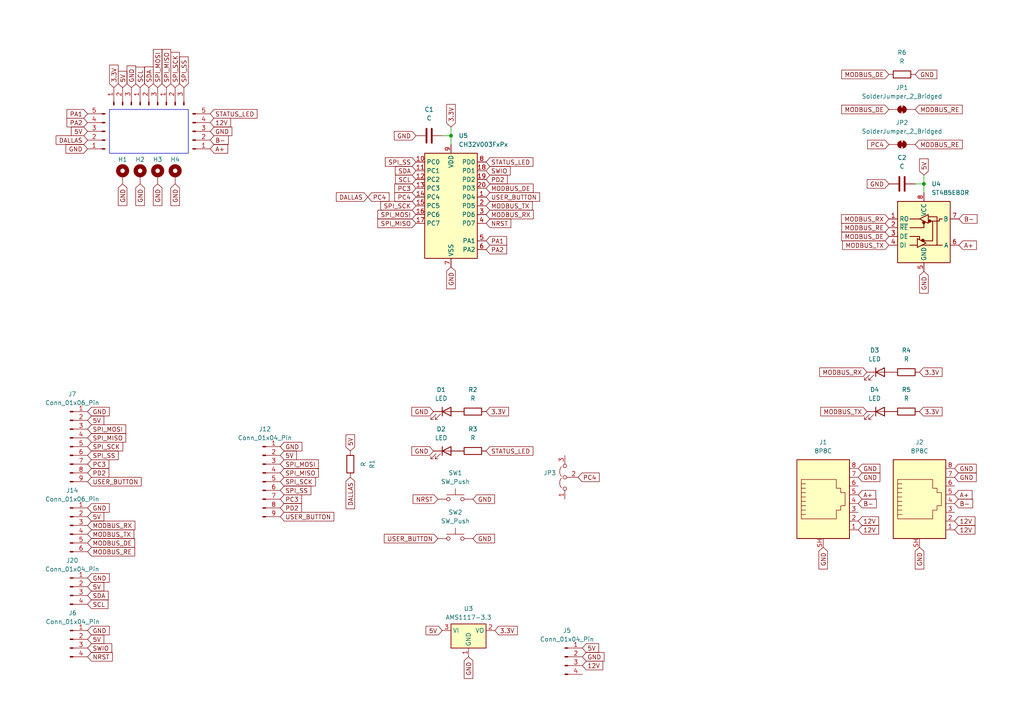
<source format=kicad_sch>
(kicad_sch (version 20231120) (generator "eeschema") (generator_version "8.0")
  (paper "A4")
  (lib_symbols
    (symbol "Connector:8P8C_Shielded" (pin_names (offset 1.016))
      (property "Reference" "J" (at -5.08 13.97 0))
      (property "Value" "8P8C_Shielded" (at 2.54 13.97 0))
      (symbol "8P8C_Shielded_0_1"
        (polyline (pts (xy -5.08 4.445) (xy -6.35 4.445)))
        (polyline (pts (xy -5.08 5.715) (xy -6.35 5.715)))
        (polyline (pts (xy -6.35 -3.175) (xy -5.08 -3.175) (xy -5.08 -3.175)))
        (polyline (pts (xy -6.35 -1.905) (xy -5.08 -1.905) (xy -5.08 -1.905)))
        (polyline (pts (xy -6.35 -0.635) (xy -5.08 -0.635) (xy -5.08 -0.635)))
        (polyline (pts (xy -6.35 0.635) (xy -5.08 0.635) (xy -5.08 0.635)))
        (polyline (pts (xy -6.35 1.905) (xy -5.08 1.905) (xy -5.08 1.905)))
        (polyline (pts (xy -5.08 3.175) (xy -6.35 3.175) (xy -6.35 3.175)))
        (polyline (pts (xy -6.35 -4.445) (xy -6.35 6.985) (xy 3.81 6.985) (xy 3.81 4.445) (xy 5.08 4.445) (xy 5.08 3.175) (xy 6.35 3.175) (xy 6.35 -0.635) (xy 5.08 -0.635) (xy 5.08 -1.905) (xy 3.81 -1.905) (xy 3.81 -4.445) (xy -6.35 -4.445) (xy -6.35 -4.445)))
        (rectangle (start 7.62 12.7) (end -7.62 -10.16) (stroke (width 0.254)) (fill (type background)))
      )
      (symbol "8P8C_Shielded_1_1"
        (pin passive line (at 10.16 -7.62 180) (length 2.54) (name "~") (number "1"))
        (pin passive line (at 10.16 -5.08 180) (length 2.54) (name "~") (number "2"))
        (pin passive line (at 10.16 -2.54 180) (length 2.54) (name "~") (number "3"))
        (pin passive line (at 10.16 0 180) (length 2.54) (name "~") (number "4"))
        (pin passive line (at 10.16 2.54 180) (length 2.54) (name "~") (number "5"))
        (pin passive line (at 10.16 5.08 180) (length 2.54) (name "~") (number "6"))
        (pin passive line (at 10.16 7.62 180) (length 2.54) (name "~") (number "7"))
        (pin passive line (at 10.16 10.16 180) (length 2.54) (name "~") (number "8"))
        (pin passive line (at 0 -12.7 90) (length 2.54) (name "~") (number "SH"))
      )
    )
    (symbol "Connector:Conn_01x03_Pin" (pin_names (offset 1.016) hide)
      (property "Reference" "J" (at 0 5.08 0))
      (property "Value" "Conn_01x03_Pin" (at 0 -5.08 0))
      (symbol "Conn_01x03_Pin_1_1"
        (polyline (pts (xy 1.27 -2.54) (xy 0.8636 -2.54)) (stroke (width 0.1524)))
        (polyline (pts (xy 1.27 0) (xy 0.8636 0)) (stroke (width 0.1524)))
        (polyline (pts (xy 1.27 2.54) (xy 0.8636 2.54)) (stroke (width 0.1524)))
        (rectangle (start 0.8636 -2.413) (end 0 -2.667) (stroke (width 0.1524)) (fill (type outline)))
        (rectangle (start 0.8636 0.127) (end 0 -0.127) (stroke (width 0.1524)) (fill (type outline)))
        (rectangle (start 0.8636 2.667) (end 0 2.413) (stroke (width 0.1524)) (fill (type outline)))
        (pin passive line (at 5.08 2.54 180) (length 3.81) (name "Pin_1") (number "1"))
        (pin passive line (at 5.08 0 180) (length 3.81) (name "Pin_2") (number "2"))
        (pin passive line (at 5.08 -2.54 180) (length 3.81) (name "Pin_3") (number "3"))
      )
    )
    (symbol "Connector:Conn_01x04_Pin" (pin_names (offset 1.016) hide)
      (property "Reference" "J" (at 0 5.08 0))
      (property "Value" "Conn_01x04_Pin" (at 0 -7.62 0))
      (symbol "Conn_01x04_Pin_1_1"
        (polyline (pts (xy 1.27 -5.08) (xy 0.8636 -5.08)) (stroke (width 0.1524)))
        (polyline (pts (xy 1.27 -2.54) (xy 0.8636 -2.54)) (stroke (width 0.1524)))
        (polyline (pts (xy 1.27 0) (xy 0.8636 0)) (stroke (width 0.1524)))
        (polyline (pts (xy 1.27 2.54) (xy 0.8636 2.54)) (stroke (width 0.1524)))
        (rectangle (start 0.8636 -4.953) (end 0 -5.207) (stroke (width 0.1524)) (fill (type outline)))
        (rectangle (start 0.8636 -2.413) (end 0 -2.667) (stroke (width 0.1524)) (fill (type outline)))
        (rectangle (start 0.8636 0.127) (end 0 -0.127) (stroke (width 0.1524)) (fill (type outline)))
        (rectangle (start 0.8636 2.667) (end 0 2.413) (stroke (width 0.1524)) (fill (type outline)))
        (pin passive line (at 5.08 2.54 180) (length 3.81) (name "Pin_1") (number "1"))
        (pin passive line (at 5.08 0 180) (length 3.81) (name "Pin_2") (number "2"))
        (pin passive line (at 5.08 -2.54 180) (length 3.81) (name "Pin_3") (number "3"))
        (pin passive line (at 5.08 -5.08 180) (length 3.81) (name "Pin_4") (number "4"))
      )
    )
    (symbol "Connector:Conn_01x05_Pin" (pin_names (offset 1.016) hide)
      (property "Reference" "J" (at 0 7.62 0))
      (property "Value" "Conn_01x05_Pin" (at 0 -7.62 0))
      (symbol "Conn_01x05_Pin_1_1"
        (polyline (pts (xy 1.27 -5.08) (xy 0.8636 -5.08)) (stroke (width 0.1524)))
        (polyline (pts (xy 1.27 -2.54) (xy 0.8636 -2.54)) (stroke (width 0.1524)))
        (polyline (pts (xy 1.27 0) (xy 0.8636 0)) (stroke (width 0.1524)))
        (polyline (pts (xy 1.27 2.54) (xy 0.8636 2.54)) (stroke (width 0.1524)))
        (polyline (pts (xy 1.27 5.08) (xy 0.8636 5.08)) (stroke (width 0.1524)))
        (rectangle (start 0.8636 -4.953) (end 0 -5.207) (stroke (width 0.1524)) (fill (type outline)))
        (rectangle (start 0.8636 -2.413) (end 0 -2.667) (stroke (width 0.1524)) (fill (type outline)))
        (rectangle (start 0.8636 0.127) (end 0 -0.127) (stroke (width 0.1524)) (fill (type outline)))
        (rectangle (start 0.8636 2.667) (end 0 2.413) (stroke (width 0.1524)) (fill (type outline)))
        (rectangle (start 0.8636 5.207) (end 0 4.953) (stroke (width 0.1524)) (fill (type outline)))
        (pin passive line (at 5.08 5.08 180) (length 3.81) (name "Pin_1") (number "1"))
        (pin passive line (at 5.08 2.54 180) (length 3.81) (name "Pin_2") (number "2"))
        (pin passive line (at 5.08 0 180) (length 3.81) (name "Pin_3") (number "3"))
        (pin passive line (at 5.08 -2.54 180) (length 3.81) (name "Pin_4") (number "4"))
        (pin passive line (at 5.08 -5.08 180) (length 3.81) (name "Pin_5") (number "5"))
      )
    )
    (symbol "Connector:Conn_01x06_Pin" (pin_names (offset 1.016) hide)
      (property "Reference" "J" (at 0 7.62 0))
      (property "Value" "Conn_01x06_Pin" (at 0 -10.16 0))
      (symbol "Conn_01x06_Pin_1_1"
        (polyline (pts (xy 1.27 -7.62) (xy 0.8636 -7.62)) (stroke (width 0.1524)))
        (polyline (pts (xy 1.27 -5.08) (xy 0.8636 -5.08)) (stroke (width 0.1524)))
        (polyline (pts (xy 1.27 -2.54) (xy 0.8636 -2.54)) (stroke (width 0.1524)))
        (polyline (pts (xy 1.27 0) (xy 0.8636 0)) (stroke (width 0.1524)))
        (polyline (pts (xy 1.27 2.54) (xy 0.8636 2.54)) (stroke (width 0.1524)))
        (polyline (pts (xy 1.27 5.08) (xy 0.8636 5.08)) (stroke (width 0.1524)))
        (rectangle (start 0.8636 -7.493) (end 0 -7.747) (stroke (width 0.1524)) (fill (type outline)))
        (rectangle (start 0.8636 -4.953) (end 0 -5.207) (stroke (width 0.1524)) (fill (type outline)))
        (rectangle (start 0.8636 -2.413) (end 0 -2.667) (stroke (width 0.1524)) (fill (type outline)))
        (rectangle (start 0.8636 0.127) (end 0 -0.127) (stroke (width 0.1524)) (fill (type outline)))
        (rectangle (start 0.8636 2.667) (end 0 2.413) (stroke (width 0.1524)) (fill (type outline)))
        (rectangle (start 0.8636 5.207) (end 0 4.953) (stroke (width 0.1524)) (fill (type outline)))
        (pin passive line (at 5.08 5.08 180) (length 3.81) (name "Pin_1") (number "1"))
        (pin passive line (at 5.08 2.54 180) (length 3.81) (name "Pin_2") (number "2"))
        (pin passive line (at 5.08 0 180) (length 3.81) (name "Pin_3") (number "3"))
        (pin passive line (at 5.08 -2.54 180) (length 3.81) (name "Pin_4") (number "4"))
        (pin passive line (at 5.08 -5.08 180) (length 3.81) (name "Pin_5") (number "5"))
        (pin passive line (at 5.08 -7.62 180) (length 3.81) (name "Pin_6") (number "6"))
      )
    )
    (symbol "Connector:Conn_01x09_Pin" (pin_names (offset 1.016) hide)
      (property "Reference" "J" (at 0 12.7 0))
      (property "Value" "Conn_01x09_Pin" (at 0 -12.7 0))
      (symbol "Conn_01x09_Pin_1_1"
        (polyline (pts (xy 1.27 -10.16) (xy 0.8636 -10.16)) (stroke (width 0.1524)))
        (polyline (pts (xy 1.27 -7.62) (xy 0.8636 -7.62)) (stroke (width 0.1524)))
        (polyline (pts (xy 1.27 -5.08) (xy 0.8636 -5.08)) (stroke (width 0.1524)))
        (polyline (pts (xy 1.27 -2.54) (xy 0.8636 -2.54)) (stroke (width 0.1524)))
        (polyline (pts (xy 1.27 0) (xy 0.8636 0)) (stroke (width 0.1524)))
        (polyline (pts (xy 1.27 2.54) (xy 0.8636 2.54)) (stroke (width 0.1524)))
        (polyline (pts (xy 1.27 5.08) (xy 0.8636 5.08)) (stroke (width 0.1524)))
        (polyline (pts (xy 1.27 7.62) (xy 0.8636 7.62)) (stroke (width 0.1524)))
        (polyline (pts (xy 1.27 10.16) (xy 0.8636 10.16)) (stroke (width 0.1524)))
        (rectangle (start 0.8636 -10.033) (end 0 -10.287) (stroke (width 0.1524)) (fill (type outline)))
        (rectangle (start 0.8636 -7.493) (end 0 -7.747) (stroke (width 0.1524)) (fill (type outline)))
        (rectangle (start 0.8636 -4.953) (end 0 -5.207) (stroke (width 0.1524)) (fill (type outline)))
        (rectangle (start 0.8636 -2.413) (end 0 -2.667) (stroke (width 0.1524)) (fill (type outline)))
        (rectangle (start 0.8636 0.127) (end 0 -0.127) (stroke (width 0.1524)) (fill (type outline)))
        (rectangle (start 0.8636 2.667) (end 0 2.413) (stroke (width 0.1524)) (fill (type outline)))
        (rectangle (start 0.8636 5.207) (end 0 4.953) (stroke (width 0.1524)) (fill (type outline)))
        (rectangle (start 0.8636 7.747) (end 0 7.493) (stroke (width 0.1524)) (fill (type outline)))
        (rectangle (start 0.8636 10.287) (end 0 10.033) (stroke (width 0.1524)) (fill (type outline)))
        (pin passive line (at 5.08 10.16 180) (length 3.81) (name "Pin_1") (number "1"))
        (pin passive line (at 5.08 7.62 180) (length 3.81) (name "Pin_2") (number "2"))
        (pin passive line (at 5.08 5.08 180) (length 3.81) (name "Pin_3") (number "3"))
        (pin passive line (at 5.08 2.54 180) (length 3.81) (name "Pin_4") (number "4"))
        (pin passive line (at 5.08 0 180) (length 3.81) (name "Pin_5") (number "5"))
        (pin passive line (at 5.08 -2.54 180) (length 3.81) (name "Pin_6") (number "6"))
        (pin passive line (at 5.08 -5.08 180) (length 3.81) (name "Pin_7") (number "7"))
        (pin passive line (at 5.08 -7.62 180) (length 3.81) (name "Pin_8") (number "8"))
        (pin passive line (at 5.08 -10.16 180) (length 3.81) (name "Pin_9") (number "9"))
      )
    )
    (symbol "Device:C" (pin_numbers hide) (pin_names (offset 0.254))
      (property "Reference" "C" (at 0.635 2.54 0))
      (property "Value" "C" (at 0.635 -2.54 0))
      (symbol "C_0_1"
        (polyline (pts (xy -2.032 -0.762) (xy 2.032 -0.762)) (stroke (width 0.508)))
        (polyline (pts (xy -2.032 0.762) (xy 2.032 0.762)) (stroke (width 0.508)))
      )
      (symbol "C_1_1"
        (pin passive line (at 0 3.81 270) (length 2.794) (name "~") (number "1"))
        (pin passive line (at 0 -3.81 90) (length 2.794) (name "~") (number "2"))
      )
    )
    (symbol "Device:LED" (pin_numbers hide) (pin_names (offset 1.016) hide)
      (property "Reference" "D" (at 0 2.54 0))
      (property "Value" "LED" (at 0 -2.54 0))
      (symbol "LED_0_1"
        (polyline (pts (xy -1.27 -1.27) (xy -1.27 1.27)) (stroke (width 0.254)))
        (polyline (pts (xy -1.27 0) (xy 1.27 0)))
        (polyline (pts (xy 1.27 -1.27) (xy 1.27 1.27) (xy -1.27 0) (xy 1.27 -1.27)) (stroke (width 0.254)))
        (polyline (pts (xy -3.048 -0.762) (xy -4.572 -2.286) (xy -3.81 -2.286) (xy -4.572 -2.286) (xy -4.572 -1.524)))
        (polyline (pts (xy -1.778 -0.762) (xy -3.302 -2.286) (xy -2.54 -2.286) (xy -3.302 -2.286) (xy -3.302 -1.524)))
      )
      (symbol "LED_1_1"
        (pin passive line (at -3.81 0 0) (length 2.54) (name "K") (number "1"))
        (pin passive line (at 3.81 0 180) (length 2.54) (name "A") (number "2"))
      )
    )
    (symbol "Device:R" (pin_numbers hide) (pin_names (offset 0))
      (property "Reference" "R" (at 2.032 0 90))
      (property "Value" "R" (at 0 0 90))
      (symbol "R_0_1"
        (rectangle (start -1.016 -2.54) (end 1.016 2.54) (stroke (width 0.254)))
      )
      (symbol "R_1_1"
        (pin passive line (at 0 3.81 270) (length 1.27) (name "~") (number "1"))
        (pin passive line (at 0 -3.81 90) (length 1.27) (name "~") (number "2"))
      )
    )
    (symbol "Interface_UART:ST485EBDR"
      (property "Reference" "U" (at -6.35 8.89 0))
      (property "Value" "ST485EBDR" (at 1.27 8.89 0))
      (symbol "ST485EBDR_0_1"
        (rectangle (start -7.62 7.62) (end 7.62 -10.16) (stroke (width 0.254)) (fill (type background)))
        (circle (center -0.3048 -3.683) (radius 0.3556) (stroke (width 0.254)) (fill (type outline)))
        (circle (center -0.0254 1.4986) (radius 0.3556) (stroke (width 0.254)) (fill (type outline)))
        (polyline (pts (xy -4.064 -5.08) (xy -1.905 -5.08)) (stroke (width 0.254)))
        (polyline (pts (xy -4.064 2.54) (xy -1.27 2.54)) (stroke (width 0.254)))
        (polyline (pts (xy -1.27 -3.2004) (xy -1.27 -3.4544)) (stroke (width 0.254)))
        (polyline (pts (xy -0.635 -5.08) (xy 5.334 -5.08)) (stroke (width 0.254)))
        (polyline (pts (xy -4.064 -2.54) (xy -1.27 -2.54) (xy -1.27 -3.175)) (stroke (width 0.254)))
        (polyline (pts (xy 0 1.27) (xy 0 0) (xy -4.064 0)) (stroke (width 0.254)))
        (polyline (pts (xy 1.27 3.175) (xy 3.81 3.175) (xy 3.81 -5.08)) (stroke (width 0.254)))
        (polyline (pts (xy 2.54 1.905) (xy 2.54 -3.81) (xy 0 -3.81)) (stroke (width 0.254)))
        (polyline (pts (xy -1.905 -3.175) (xy -1.905 -5.715) (xy 0.635 -4.445) (xy -1.905 -3.175)) (stroke (width 0.254)))
        (polyline (pts (xy -1.27 2.54) (xy 1.27 3.81) (xy 1.27 1.27) (xy -1.27 2.54)) (stroke (width 0.254)))
        (polyline (pts (xy 1.905 1.905) (xy 4.445 1.905) (xy 4.445 2.54) (xy 5.334 2.54)) (stroke (width 0.254)))
        (rectangle (start 1.27 3.175) (end 1.27 3.175))
        (circle (center 1.651 1.905) (radius 0.3556) (stroke (width 0.254)) (fill (type outline)))
      )
      (symbol "ST485EBDR_1_1"
        (pin output line (at -10.16 2.54 0) (length 2.54) (name "RO") (number "1"))
        (pin input line (at -10.16 0 0) (length 2.54) (name "~{RE}") (number "2"))
        (pin input line (at -10.16 -2.54 0) (length 2.54) (name "DE") (number "3"))
        (pin input line (at -10.16 -5.08 0) (length 2.54) (name "DI") (number "4"))
        (pin power_in line (at 0 -12.7 90) (length 2.54) (name "GND") (number "5"))
        (pin bidirectional line (at 10.16 -5.08 180) (length 2.54) (name "A") (number "6"))
        (pin bidirectional line (at 10.16 2.54 180) (length 2.54) (name "B") (number "7"))
        (pin power_in line (at 0 10.16 270) (length 2.54) (name "VCC") (number "8"))
      )
    )
    (symbol "Jumper:Jumper_3_Open" (pin_names (offset 0) hide) (exclude_from_sim yes) (in_bom no)
      (property "Reference" "JP" (at -2.54 -2.54 0))
      (property "Value" "Jumper_3_Open" (at 0 2.794 0))
      (symbol "Jumper_3_Open_0_0"
        (circle (center -3.302 0) (radius 0.508))
        (circle (center 0 0) (radius 0.508))
        (circle (center 3.302 0) (radius 0.508))
      )
      (symbol "Jumper_3_Open_0_1"
        (arc (start -0.254 1.016) (mid -1.651 1.4992) (end -3.048 1.016))
        (polyline (pts (xy 0 -0.508) (xy 0 -1.27)))
        (arc (start 3.048 1.016) (mid 1.651 1.4992) (end 0.254 1.016))
      )
      (symbol "Jumper_3_Open_1_1"
        (pin passive line (at -6.35 0 0) (length 2.54) (name "A") (number "1"))
        (pin passive line (at 0 -3.81 90) (length 2.54) (name "C") (number "2"))
        (pin passive line (at 6.35 0 180) (length 2.54) (name "B") (number "3"))
      )
    )
    (symbol "Jumper:SolderJumper_2_Bridged" (pin_numbers hide) (pin_names (offset 0) hide) (exclude_from_sim yes) (in_bom no)
      (property "Reference" "JP" (at 0 2.032 0))
      (property "Value" "SolderJumper_2_Bridged" (at 0 -2.54 0))
      (symbol "SolderJumper_2_Bridged_0_1"
        (rectangle (start -0.508 0.508) (end 0.508 -0.508) (fill (type outline)))
        (arc (start -0.254 1.016) (mid -1.2656 0) (end -0.254 -1.016))
        (arc (start -0.254 1.016) (mid -1.2656 0) (end -0.254 -1.016) (fill (type outline)))
        (polyline (pts (xy -0.254 1.016) (xy -0.254 -1.016)))
        (polyline (pts (xy 0.254 1.016) (xy 0.254 -1.016)))
        (arc (start 0.254 -1.016) (mid 1.2656 0) (end 0.254 1.016))
        (arc (start 0.254 -1.016) (mid 1.2656 0) (end 0.254 1.016) (fill (type outline)))
      )
      (symbol "SolderJumper_2_Bridged_1_1"
        (pin passive line (at -3.81 0 0) (length 2.54) (name "A") (number "1"))
        (pin passive line (at 3.81 0 180) (length 2.54) (name "B") (number "2"))
      )
    )
    (symbol "MCU_WCH_CH32V0:CH32V003FxPx"
      (property "Reference" "U" (at -7.62 17.78 0))
      (property "Value" "CH32V003FxPx" (at 7.62 17.78 0))
      (symbol "CH32V003FxPx_1_1"
        (rectangle (start -7.62 15.24) (end 7.62 -15.24) (stroke (width 0.254)) (fill (type background)))
        (pin bidirectional line (at 10.16 2.54 180) (length 2.54) (name "PD4") (number "1"))
        (pin bidirectional line (at -10.16 12.7 0) (length 2.54) (name "PC0") (number "10"))
        (pin bidirectional line (at -10.16 10.16 0) (length 2.54) (name "PC1") (number "11"))
        (pin bidirectional line (at -10.16 7.62 0) (length 2.54) (name "PC2") (number "12"))
        (pin bidirectional line (at -10.16 5.08 0) (length 2.54) (name "PC3") (number "13"))
        (pin bidirectional line (at -10.16 2.54 0) (length 2.54) (name "PC4") (number "14"))
        (pin bidirectional line (at -10.16 0 0) (length 2.54) (name "PC5") (number "15"))
        (pin bidirectional line (at -10.16 -2.54 0) (length 2.54) (name "PC6") (number "16"))
        (pin bidirectional line (at -10.16 -5.08 0) (length 2.54) (name "PC7") (number "17"))
        (pin bidirectional line (at 10.16 10.16 180) (length 2.54) (name "PD1") (number "18"))
        (pin bidirectional line (at 10.16 7.62 180) (length 2.54) (name "PD2") (number "19"))
        (pin bidirectional line (at 10.16 0 180) (length 2.54) (name "PD5") (number "2"))
        (pin bidirectional line (at 10.16 5.08 180) (length 2.54) (name "PD3") (number "20"))
        (pin bidirectional line (at 10.16 -2.54 180) (length 2.54) (name "PD6") (number "3"))
        (pin bidirectional line (at 10.16 -5.08 180) (length 2.54) (name "PD7") (number "4"))
        (pin bidirectional line (at 10.16 -10.16 180) (length 2.54) (name "PA1") (number "5"))
        (pin bidirectional line (at 10.16 -12.7 180) (length 2.54) (name "PA2") (number "6"))
        (pin power_in line (at 0 -17.78 90) (length 2.54) (name "VSS") (number "7"))
        (pin bidirectional line (at 10.16 12.7 180) (length 2.54) (name "PD0") (number "8"))
        (pin power_in line (at 0 17.78 270) (length 2.54) (name "VDD") (number "9"))
      )
    )
    (symbol "Mechanical:MountingHole_Pad" (pin_numbers hide) (pin_names (offset 1.016) hide) (exclude_from_sim yes) (in_bom no)
      (property "Reference" "H" (at 0 6.35 0))
      (property "Value" "MountingHole_Pad" (at 0 4.445 0))
      (symbol "MountingHole_Pad_0_1"
        (circle (center 0 1.27) (radius 1.27) (stroke (width 1.27)))
      )
      (symbol "MountingHole_Pad_1_1"
        (pin input line (at 0 -2.54 90) (length 2.54) (name "1") (number "1"))
      )
    )
    (symbol "Regulator_Linear:AMS1117-3.3"
      (property "Reference" "U" (at -3.81 3.175 0))
      (property "Value" "AMS1117-3.3" (at 0 3.175 0))
      (symbol "AMS1117-3.3_0_1"
        (rectangle (start -5.08 -5.08) (end 5.08 1.905) (stroke (width 0.254)) (fill (type background)))
      )
      (symbol "AMS1117-3.3_1_1"
        (pin power_in line (at 0 -7.62 90) (length 2.54) (name "GND") (number "1"))
        (pin power_out line (at 7.62 0 180) (length 2.54) (name "VO") (number "2"))
        (pin power_in line (at -7.62 0 0) (length 2.54) (name "VI") (number "3"))
      )
    )
    (symbol "Switch:SW_Push" (pin_numbers hide) (pin_names (offset 1.016) hide)
      (property "Reference" "SW" (at 1.27 2.54 0))
      (property "Value" "SW_Push" (at 0 -1.524 0))
      (symbol "SW_Push_0_1"
        (circle (center -2.032 0) (radius 0.508))
        (polyline (pts (xy 0 1.27) (xy 0 3.048)))
        (polyline (pts (xy 2.54 1.27) (xy -2.54 1.27)))
        (circle (center 2.032 0) (radius 0.508))
        (pin passive line (at -5.08 0 0) (length 2.54) (name "1") (number "1"))
        (pin passive line (at 5.08 0 180) (length 2.54) (name "2") (number "2"))
      )
    )
  )
  (junction (at 267.97 53.34))
  (junction (at 130.81 39.37))
  (wire (pts (xy 130.81 36.83) (xy 130.81 39.37)))
  (wire (pts (xy 267.97 53.34) (xy 267.97 55.88)))
  (wire (pts (xy 267.97 53.34) (xy 265.43 53.34)))
  (wire (pts (xy 130.81 39.37) (xy 130.81 41.91)))
  (wire (pts (xy 267.97 50.8) (xy 267.97 53.34)))
  (wire (pts (xy 130.81 39.37) (xy 128.27 39.37)))
  (rectangle (start 31.75 31.75) (end 54.61 44.45))
  (global_label "SPI_SCK" (shape input) (at 25.4 129.54 0) (property "Intersheetrefs" "${INTERSHEET_REFS}" (effects (hide yes))))
  (global_label "5V" (shape input) (at 25.4 121.92 0) (property "Intersheetrefs" "${INTERSHEET_REFS}" (effects (hide yes))))
  (global_label "5V" (shape input) (at 25.4 170.18 0) (property "Intersheetrefs" "${INTERSHEET_REFS}" (effects (hide yes))))
  (global_label "5V" (shape input) (at 25.4 38.1 180) (property "Intersheetrefs" "${INTERSHEET_REFS}" (effects (hide yes))))
  (global_label "3.3V" (shape input) (at 266.7 119.38 0) (property "Intersheetrefs" "${INTERSHEET_REFS}" (effects (hide yes))))
  (global_label "5V" (shape input) (at 168.91 187.96 0) (property "Intersheetrefs" "${INTERSHEET_REFS}" (effects (hide yes))))
  (global_label "B-" (shape input) (at 278.13 63.5 0) (property "Intersheetrefs" "${INTERSHEET_REFS}" (effects (hide yes))))
  (global_label "PC3" (shape input) (at 81.28 144.78 0) (property "Intersheetrefs" "${INTERSHEET_REFS}" (effects (hide yes))))
  (global_label "PC4" (shape input) (at 120.65 57.15 180) (property "Intersheetrefs" "${INTERSHEET_REFS}" (effects (hide yes))))
  (global_label "GND" (shape input) (at 25.4 182.88 0) (property "Intersheetrefs" "${INTERSHEET_REFS}" (effects (hide yes))))
  (global_label "GND" (shape input) (at 38.1 25.4 90) (property "Intersheetrefs" "${INTERSHEET_REFS}" (effects (hide yes))))
  (global_label "PC4" (shape input) (at 167.64 138.43 0) (property "Intersheetrefs" "${INTERSHEET_REFS}" (effects (hide yes))))
  (global_label "USER_BUTTON" (shape input) (at 140.97 57.15 0) (property "Intersheetrefs" "${INTERSHEET_REFS}" (effects (hide yes))))
  (global_label "MODBUS_TX" (shape input) (at 251.46 119.38 180) (property "Intersheetrefs" "${INTERSHEET_REFS}" (effects (hide yes))))
  (global_label "GND" (shape input) (at 40.64 53.34 270) (property "Intersheetrefs" "${INTERSHEET_REFS}" (effects (hide yes))))
  (global_label "SPI_MISO" (shape input) (at 120.65 64.77 180) (property "Intersheetrefs" "${INTERSHEET_REFS}" (effects (hide yes))))
  (global_label "SDA" (shape input) (at 120.65 49.53 180) (property "Intersheetrefs" "${INTERSHEET_REFS}" (effects (hide yes))))
  (global_label "5V" (shape input) (at 128.27 182.88 180) (property "Intersheetrefs" "${INTERSHEET_REFS}" (effects (hide yes))))
  (global_label "5V" (shape input) (at 101.6 130.81 90) (property "Intersheetrefs" "${INTERSHEET_REFS}" (effects (hide yes))))
  (global_label "SDA" (shape input) (at 25.4 172.72 0) (property "Intersheetrefs" "${INTERSHEET_REFS}" (effects (hide yes))))
  (global_label "MODBUS_DE" (shape input) (at 257.81 21.59 180) (property "Intersheetrefs" "${INTERSHEET_REFS}" (effects (hide yes))))
  (global_label "PD2" (shape input) (at 140.97 52.07 0) (property "Intersheetrefs" "${INTERSHEET_REFS}" (effects (hide yes))))
  (global_label "USER_BUTTON" (shape input) (at 81.28 149.86 0) (property "Intersheetrefs" "${INTERSHEET_REFS}" (effects (hide yes))))
  (global_label "GND" (shape input) (at 248.92 135.89 0) (property "Intersheetrefs" "${INTERSHEET_REFS}" (effects (hide yes))))
  (global_label "GND" (shape input) (at 50.8 53.34 270) (property "Intersheetrefs" "${INTERSHEET_REFS}" (effects (hide yes))))
  (global_label "MODBUS_RE" (shape input) (at 257.81 66.04 180) (property "Intersheetrefs" "${INTERSHEET_REFS}" (effects (hide yes))))
  (global_label "SPI_SS" (shape input) (at 120.65 46.99 180) (property "Intersheetrefs" "${INTERSHEET_REFS}" (effects (hide yes))))
  (global_label "SPI_SCK" (shape input) (at 50.8 25.4 90) (property "Intersheetrefs" "${INTERSHEET_REFS}" (effects (hide yes))))
  (global_label "SDA" (shape input) (at 43.18 25.4 90) (property "Intersheetrefs" "${INTERSHEET_REFS}" (effects (hide yes))))
  (global_label "GND" (shape input) (at 137.16 144.78 0) (property "Intersheetrefs" "${INTERSHEET_REFS}" (effects (hide yes))))
  (global_label "3.3V" (shape input) (at 33.02 25.4 90) (property "Intersheetrefs" "${INTERSHEET_REFS}" (effects (hide yes))))
  (global_label "STATUS_LED" (shape input) (at 140.97 130.81 0) (property "Intersheetrefs" "${INTERSHEET_REFS}" (effects (hide yes))))
  (global_label "GND" (shape input) (at 25.4 43.18 180) (property "Intersheetrefs" "${INTERSHEET_REFS}" (effects (hide yes))))
  (global_label "MODBUS_DE" (shape input) (at 25.4 157.48 0) (property "Intersheetrefs" "${INTERSHEET_REFS}" (effects (hide yes))))
  (global_label "12V" (shape input) (at 60.96 35.56 0) (property "Intersheetrefs" "${INTERSHEET_REFS}" (effects (hide yes))))
  (global_label "PA1" (shape input) (at 140.97 69.85 0) (property "Intersheetrefs" "${INTERSHEET_REFS}" (effects (hide yes))))
  (global_label "MODBUS_RE" (shape input) (at 265.43 31.75 0) (property "Intersheetrefs" "${INTERSHEET_REFS}" (effects (hide yes))))
  (global_label "GND" (shape input) (at 267.97 78.74 270) (property "Intersheetrefs" "${INTERSHEET_REFS}" (effects (hide yes))))
  (global_label "A+" (shape input) (at 248.92 143.51 0) (property "Intersheetrefs" "${INTERSHEET_REFS}" (effects (hide yes))))
  (global_label "DALLAS" (shape input) (at 25.4 40.64 180) (property "Intersheetrefs" "${INTERSHEET_REFS}" (effects (hide yes))))
  (global_label "GND" (shape input) (at 25.4 119.38 0) (property "Intersheetrefs" "${INTERSHEET_REFS}" (effects (hide yes))))
  (global_label "GND" (shape input) (at 120.65 39.37 180) (property "Intersheetrefs" "${INTERSHEET_REFS}" (effects (hide yes))))
  (global_label "PA2" (shape input) (at 140.97 72.39 0) (property "Intersheetrefs" "${INTERSHEET_REFS}" (effects (hide yes))))
  (global_label "SPI_SS" (shape input) (at 81.28 142.24 0) (property "Intersheetrefs" "${INTERSHEET_REFS}" (effects (hide yes))))
  (global_label "MODBUS_DE" (shape input) (at 257.81 31.75 180) (property "Intersheetrefs" "${INTERSHEET_REFS}" (effects (hide yes))))
  (global_label "GND" (shape input) (at 137.16 156.21 0) (property "Intersheetrefs" "${INTERSHEET_REFS}" (effects (hide yes))))
  (global_label "MODBUS_RX" (shape input) (at 251.46 107.95 180) (property "Intersheetrefs" "${INTERSHEET_REFS}" (effects (hide yes))))
  (global_label "B-" (shape input) (at 276.86 146.05 0) (property "Intersheetrefs" "${INTERSHEET_REFS}" (effects (hide yes))))
  (global_label "MODBUS_DE" (shape input) (at 257.81 68.58 180) (property "Intersheetrefs" "${INTERSHEET_REFS}" (effects (hide yes))))
  (global_label "PA2" (shape input) (at 25.4 35.56 180) (property "Intersheetrefs" "${INTERSHEET_REFS}" (effects (hide yes))))
  (global_label "SPI_MISO" (shape input) (at 81.28 137.16 0) (property "Intersheetrefs" "${INTERSHEET_REFS}" (effects (hide yes))))
  (global_label "GND" (shape input) (at 266.7 158.75 270) (property "Intersheetrefs" "${INTERSHEET_REFS}" (effects (hide yes))))
  (global_label "12V" (shape input) (at 248.92 153.67 0) (property "Intersheetrefs" "${INTERSHEET_REFS}" (effects (hide yes))))
  (global_label "12V" (shape input) (at 276.86 151.13 0) (property "Intersheetrefs" "${INTERSHEET_REFS}" (effects (hide yes))))
  (global_label "USER_BUTTON" (shape input) (at 25.4 139.7 0) (property "Intersheetrefs" "${INTERSHEET_REFS}" (effects (hide yes))))
  (global_label "SPI_MOSI" (shape input) (at 45.72 25.4 90) (property "Intersheetrefs" "${INTERSHEET_REFS}" (effects (hide yes))))
  (global_label "NRST" (shape input) (at 140.97 64.77 0) (property "Intersheetrefs" "${INTERSHEET_REFS}" (effects (hide yes))))
  (global_label "GND" (shape input) (at 276.86 138.43 0) (property "Intersheetrefs" "${INTERSHEET_REFS}" (effects (hide yes))))
  (global_label "GND" (shape input) (at 257.81 53.34 180) (property "Intersheetrefs" "${INTERSHEET_REFS}" (effects (hide yes))))
  (global_label "NRST" (shape input) (at 25.4 190.5 0) (property "Intersheetrefs" "${INTERSHEET_REFS}" (effects (hide yes))))
  (global_label "SCL" (shape input) (at 120.65 52.07 180) (property "Intersheetrefs" "${INTERSHEET_REFS}" (effects (hide yes))))
  (global_label "STATUS_LED" (shape input) (at 140.97 46.99 0) (property "Intersheetrefs" "${INTERSHEET_REFS}" (effects (hide yes))))
  (global_label "GND" (shape input) (at 276.86 135.89 0) (property "Intersheetrefs" "${INTERSHEET_REFS}" (effects (hide yes))))
  (global_label "USER_BUTTON" (shape input) (at 127 156.21 180) (property "Intersheetrefs" "${INTERSHEET_REFS}" (effects (hide yes))))
  (global_label "MODBUS_TX" (shape input) (at 140.97 59.69 0) (property "Intersheetrefs" "${INTERSHEET_REFS}" (effects (hide yes))))
  (global_label "GND" (shape input) (at 135.89 190.5 270) (property "Intersheetrefs" "${INTERSHEET_REFS}" (effects (hide yes))))
  (global_label "SPI_MISO" (shape input) (at 25.4 127 0) (property "Intersheetrefs" "${INTERSHEET_REFS}" (effects (hide yes))))
  (global_label "12V" (shape input) (at 168.91 193.04 0) (property "Intersheetrefs" "${INTERSHEET_REFS}" (effects (hide yes))))
  (global_label "A+" (shape input) (at 278.13 71.12 0) (property "Intersheetrefs" "${INTERSHEET_REFS}" (effects (hide yes))))
  (global_label "PC3" (shape input) (at 120.65 54.61 180) (property "Intersheetrefs" "${INTERSHEET_REFS}" (effects (hide yes))))
  (global_label "GND" (shape input) (at 168.91 190.5 0) (property "Intersheetrefs" "${INTERSHEET_REFS}" (effects (hide yes))))
  (global_label "SCL" (shape input) (at 25.4 175.26 0) (property "Intersheetrefs" "${INTERSHEET_REFS}" (effects (hide yes))))
  (global_label "SCL" (shape input) (at 40.64 25.4 90) (property "Intersheetrefs" "${INTERSHEET_REFS}" (effects (hide yes))))
  (global_label "DALLAS" (shape input) (at 106.68 57.15 180) (property "Intersheetrefs" "${INTERSHEET_REFS}" (effects (hide yes))))
  (global_label "SPI_SCK" (shape input) (at 81.28 139.7 0) (property "Intersheetrefs" "${INTERSHEET_REFS}" (effects (hide yes))))
  (global_label "NRST" (shape input) (at 127 144.78 180) (property "Intersheetrefs" "${INTERSHEET_REFS}" (effects (hide yes))))
  (global_label "GND" (shape input) (at 125.73 130.81 180) (property "Intersheetrefs" "${INTERSHEET_REFS}" (effects (hide yes))))
  (global_label "SPI_MOSI" (shape input) (at 120.65 62.23 180) (property "Intersheetrefs" "${INTERSHEET_REFS}" (effects (hide yes))))
  (global_label "GND" (shape input) (at 248.92 138.43 0) (property "Intersheetrefs" "${INTERSHEET_REFS}" (effects (hide yes))))
  (global_label "GND" (shape input) (at 25.4 147.32 0) (property "Intersheetrefs" "${INTERSHEET_REFS}" (effects (hide yes))))
  (global_label "PA1" (shape input) (at 25.4 33.02 180) (property "Intersheetrefs" "${INTERSHEET_REFS}" (effects (hide yes))))
  (global_label "5V" (shape input) (at 81.28 132.08 0) (property "Intersheetrefs" "${INTERSHEET_REFS}" (effects (hide yes))))
  (global_label "STATUS_LED" (shape input) (at 60.96 33.02 0) (property "Intersheetrefs" "${INTERSHEET_REFS}" (effects (hide yes))))
  (global_label "12V" (shape input) (at 276.86 153.67 0) (property "Intersheetrefs" "${INTERSHEET_REFS}" (effects (hide yes))))
  (global_label "12V" (shape input) (at 248.92 151.13 0) (property "Intersheetrefs" "${INTERSHEET_REFS}" (effects (hide yes))))
  (global_label "5V" (shape input) (at 35.56 25.4 90) (property "Intersheetrefs" "${INTERSHEET_REFS}" (effects (hide yes))))
  (global_label "3.3V" (shape input) (at 266.7 107.95 0) (property "Intersheetrefs" "${INTERSHEET_REFS}" (effects (hide yes))))
  (global_label "GND" (shape input) (at 130.81 77.47 270) (property "Intersheetrefs" "${INTERSHEET_REFS}" (effects (hide yes))))
  (global_label "SPI_MOSI" (shape input) (at 25.4 124.46 0) (property "Intersheetrefs" "${INTERSHEET_REFS}" (effects (hide yes))))
  (global_label "GND" (shape input) (at 45.72 53.34 270) (property "Intersheetrefs" "${INTERSHEET_REFS}" (effects (hide yes))))
  (global_label "DALLAS" (shape input) (at 101.6 138.43 270) (property "Intersheetrefs" "${INTERSHEET_REFS}" (effects (hide yes))))
  (global_label "SWIO" (shape input) (at 25.4 187.96 0) (property "Intersheetrefs" "${INTERSHEET_REFS}" (effects (hide yes))))
  (global_label "MODBUS_RX" (shape input) (at 140.97 62.23 0) (property "Intersheetrefs" "${INTERSHEET_REFS}" (effects (hide yes))))
  (global_label "A+" (shape input) (at 276.86 143.51 0) (property "Intersheetrefs" "${INTERSHEET_REFS}" (effects (hide yes))))
  (global_label "3.3V" (shape input) (at 130.81 36.83 90) (property "Intersheetrefs" "${INTERSHEET_REFS}" (effects (hide yes))))
  (global_label "5V" (shape input) (at 267.97 50.8 90) (property "Intersheetrefs" "${INTERSHEET_REFS}" (effects (hide yes))))
  (global_label "GND" (shape input) (at 25.4 167.64 0) (property "Intersheetrefs" "${INTERSHEET_REFS}" (effects (hide yes))))
  (global_label "SWIO" (shape input) (at 140.97 49.53 0) (property "Intersheetrefs" "${INTERSHEET_REFS}" (effects (hide yes))))
  (global_label "MODBUS_RX" (shape input) (at 25.4 152.4 0) (property "Intersheetrefs" "${INTERSHEET_REFS}" (effects (hide yes))))
  (global_label "5V" (shape input) (at 25.4 149.86 0) (property "Intersheetrefs" "${INTERSHEET_REFS}" (effects (hide yes))))
  (global_label "GND" (shape input) (at 265.43 21.59 0) (property "Intersheetrefs" "${INTERSHEET_REFS}" (effects (hide yes))))
  (global_label "SPI_SS" (shape input) (at 25.4 132.08 0) (property "Intersheetrefs" "${INTERSHEET_REFS}" (effects (hide yes))))
  (global_label "GND" (shape input) (at 81.28 129.54 0) (property "Intersheetrefs" "${INTERSHEET_REFS}" (effects (hide yes))))
  (global_label "PD2" (shape input) (at 25.4 137.16 0) (property "Intersheetrefs" "${INTERSHEET_REFS}" (effects (hide yes))))
  (global_label "5V" (shape input) (at 25.4 185.42 0) (property "Intersheetrefs" "${INTERSHEET_REFS}" (effects (hide yes))))
  (global_label "SPI_SS" (shape input) (at 53.34 25.4 90) (property "Intersheetrefs" "${INTERSHEET_REFS}" (effects (hide yes))))
  (global_label "GND" (shape input) (at 35.56 53.34 270) (property "Intersheetrefs" "${INTERSHEET_REFS}" (effects (hide yes))))
  (global_label "SPI_MISO" (shape input) (at 48.26 25.4 90) (property "Intersheetrefs" "${INTERSHEET_REFS}" (effects (hide yes))))
  (global_label "MODBUS_TX" (shape input) (at 257.81 71.12 180) (property "Intersheetrefs" "${INTERSHEET_REFS}" (effects (hide yes))))
  (global_label "MODBUS_RX" (shape input) (at 257.81 63.5 180) (property "Intersheetrefs" "${INTERSHEET_REFS}" (effects (hide yes))))
  (global_label "MODBUS_RE" (shape input) (at 25.4 160.02 0) (property "Intersheetrefs" "${INTERSHEET_REFS}" (effects (hide yes))))
  (global_label "PD2" (shape input) (at 81.28 147.32 0) (property "Intersheetrefs" "${INTERSHEET_REFS}" (effects (hide yes))))
  (global_label "PC4" (shape input) (at 106.68 57.15 0) (property "Intersheetrefs" "${INTERSHEET_REFS}" (effects (hide yes))))
  (global_label "B-" (shape input) (at 60.96 40.64 0) (property "Intersheetrefs" "${INTERSHEET_REFS}" (effects (hide yes))))
  (global_label "GND" (shape input) (at 238.76 158.75 270) (property "Intersheetrefs" "${INTERSHEET_REFS}" (effects (hide yes))))
  (global_label "GND" (shape input) (at 60.96 38.1 0) (property "Intersheetrefs" "${INTERSHEET_REFS}" (effects (hide yes))))
  (global_label "MODBUS_TX" (shape input) (at 25.4 154.94 0) (property "Intersheetrefs" "${INTERSHEET_REFS}" (effects (hide yes))))
  (global_label "PC4" (shape input) (at 257.81 41.91 180) (property "Intersheetrefs" "${INTERSHEET_REFS}" (effects (hide yes))))
  (global_label "3.3V" (shape input) (at 143.51 182.88 0) (property "Intersheetrefs" "${INTERSHEET_REFS}" (effects (hide yes))))
  (global_label "SPI_MOSI" (shape input) (at 81.28 134.62 0) (property "Intersheetrefs" "${INTERSHEET_REFS}" (effects (hide yes))))
  (global_label "PC3" (shape input) (at 25.4 134.62 0) (property "Intersheetrefs" "${INTERSHEET_REFS}" (effects (hide yes))))
  (global_label "MODBUS_DE" (shape input) (at 140.97 54.61 0) (property "Intersheetrefs" "${INTERSHEET_REFS}" (effects (hide yes))))
  (global_label "GND" (shape input) (at 125.73 119.38 180) (property "Intersheetrefs" "${INTERSHEET_REFS}" (effects (hide yes))))
  (global_label "A+" (shape input) (at 60.96 43.18 0) (property "Intersheetrefs" "${INTERSHEET_REFS}" (effects (hide yes))))
  (global_label "B-" (shape input) (at 248.92 146.05 0) (property "Intersheetrefs" "${INTERSHEET_REFS}" (effects (hide yes))))
  (global_label "3.3V" (shape input) (at 140.97 119.38 0) (property "Intersheetrefs" "${INTERSHEET_REFS}" (effects (hide yes))))
  (global_label "MODBUS_RE" (shape input) (at 265.43 41.91 0) (property "Intersheetrefs" "${INTERSHEET_REFS}" (effects (hide yes))))
  (global_label "SPI_SCK" (shape input) (at 120.65 59.69 180) (property "Intersheetrefs" "${INTERSHEET_REFS}" (effects (hide yes))))
  (symbol (lib_id "Device:R") (at 262.89 119.38 90) (unit 1)
    (property "Reference" "R5" (at 262.89 113.03 90))
    (property "Value" "R" (at 262.89 115.57 90))
    (property "Footprint" "Resistor_SMD:R_0805_2012Metric_Pad1.20x1.40mm_HandSolder" (effects (hide yes)))
    (property "Description" "Resistor" (effects (hide yes)))
  )
  (symbol (lib_id "Device:R") (at 262.89 107.95 90) (unit 1)
    (property "Reference" "R4" (at 262.89 101.6 90))
    (property "Value" "R" (at 262.89 104.14 90))
    (property "Footprint" "Resistor_SMD:R_0805_2012Metric_Pad1.20x1.40mm_HandSolder" (effects (hide yes)))
    (property "Description" "Resistor" (effects (hide yes)))
  )
  (symbol (lib_id "Jumper:SolderJumper_2_Bridged") (at 261.62 41.91 0) (unit 1) (exclude_from_sim yes) (in_bom no)
    (property "Reference" "JP2" (at 261.62 35.56 0))
    (property "Value" "SolderJumper_2_Bridged" (at 261.62 38.1 0))
    (property "Footprint" "Jumper:SolderJumper-2_P1.3mm_Open_TrianglePad1.0x1.5mm" (effects (hide yes)))
    (property "Description" "Solder Jumper, 2-pole, closed/bridged" (effects (hide yes)))
  )
  (symbol (lib_id "Device:R") (at 137.16 130.81 90) (unit 1)
    (property "Reference" "R3" (at 137.16 124.46 90))
    (property "Value" "R" (at 137.16 127 90))
    (property "Footprint" "Resistor_SMD:R_0805_2012Metric_Pad1.20x1.40mm_HandSolder" (effects (hide yes)))
    (property "Description" "Resistor" (effects (hide yes)))
  )
  (symbol (lib_id "Switch:SW_Push") (at 132.08 144.78 0) (unit 1)
    (property "Reference" "SW1" (at 132.08 137.16 0))
    (property "Value" "SW_Push" (at 132.08 139.7 0))
    (property "Footprint" "Button_Switch_SMD:SW_Push_1P1T_NO_CK_KMR2" (effects (hide yes)))
    (property "Description" "Push button switch, generic, two pins" (effects (hide yes)))
  )
  (symbol (lib_id "Jumper:Jumper_3_Open") (at 163.83 138.43 90) (unit 1) (exclude_from_sim yes) (in_bom no)
    (property "Reference" "JP3" (at 161.29 137.1599 90) (effects (justify left)))
    (property "Value" "Jumper_3_Open" (effects (hide yes)))
    (property "Description" "Jumper, 3-pole, both open" (effects (hide yes)))
  )
  (symbol (lib_id "Mechanical:MountingHole_Pad") (at 50.8 50.8 0) (unit 1) (exclude_from_sim yes) (in_bom no)
    (property "Reference" "H4" (at 50.8 46.99 0) (effects (justify bottom)))
    (property "Value" "MountingHole" (effects (hide yes)))
    (property "Footprint" "MountingHole:MountingHole_3.2mm_M3_Pad_Via" (effects (hide yes)))
    (property "Description" "Mounting Hole with connection" (effects (hide yes)))
  )
  (symbol (lib_id "Device:LED") (at 255.27 107.95 0) (unit 1)
    (property "Reference" "D3" (at 253.6825 101.6 0))
    (property "Value" "LED" (at 253.6825 104.14 0))
    (property "Footprint" "LED_SMD:LED_0805_2012Metric_Pad1.15x1.40mm_HandSolder" (effects (hide yes)))
    (property "Description" "Light emitting diode" (effects (hide yes)))
  )
  (symbol (lib_id "Device:R") (at 101.6 134.62 0) (unit 1)
    (property "Reference" "R1" (at 107.95 134.62 90))
    (property "Value" "R" (at 105.41 134.62 90))
    (property "Footprint" "Resistor_SMD:R_0805_2012Metric_Pad1.20x1.40mm_HandSolder" (effects (hide yes)))
  )
  (symbol (lib_id "Regulator_Linear:AMS1117-3.3") (at 135.89 182.88 0) (unit 1)
    (property "Reference" "U3" (at 135.89 176.53 0))
    (property "Value" "AMS1117-3.3" (at 135.89 179.07 0))
    (property "Footprint" "Package_TO_SOT_SMD:SOT-223-3_TabPin2" (effects (hide yes)))
    (property "Datasheet" "http://www.advanced-monolithic.com/pdf/ds1117.pdf" (effects (hide yes)))
    (property "Description" "1A Low Dropout regulator, positive, 3.3V fixed output, SOT-223" (effects (hide yes)))
  )
  (symbol (lib_id "MCU_WCH_CH32V0:CH32V003FxPx") (at 130.81 59.69 0) (unit 1)
    (property "Reference" "U5" (at 133.0041 39.37 0) (effects (justify left)))
    (property "Value" "CH32V003FxPx" (at 133.0041 41.91 0) (effects (justify left)))
    (property "Footprint" "Package_SO:TSSOP-20_4.4x6.5mm_P0.65mm" (effects (hide yes)))
    (property "Datasheet" "https://www.wch-ic.com/products/CH32V003.html" (effects (hide yes)))
    (property "Description" "CH32V003 series are industrial-grade general-purpose microcontrollers designed based on 32-bit RISC-V instruction set and architecture. It adopts QingKe V2A core, RV32EC instruction set, and supports 2 levels of interrupt nesting. The series are mounted with rich peripheral interfaces and function modules. Its internal organizational structure meets the low-cost and low-power embedded application scenarios." (effects (hide yes)))
  )
  (symbol (lib_id "Connector:8P8C_Shielded") (at 266.7 146.05 0) (unit 1)
    (property "Reference" "J2" (at 266.7 128.27 0))
    (property "Value" "8P8C" (at 266.7 130.81 0))
    (property "Footprint" "Connector_RJ:RJ45_Ninigi_GE" (effects (hide yes)))
    (property "Description" "RJ connector, 8P8C (8 positions 8 connected), RJ31/RJ32/RJ33/RJ34/RJ35/RJ41/RJ45/RJ49/RJ61, Shielded" (effects (hide yes)))
  )
  (symbol (lib_id "Mechanical:MountingHole_Pad") (at 35.56 50.8 0) (unit 1) (exclude_from_sim yes) (in_bom no)
    (property "Reference" "H1" (at 35.56 46.99 0) (effects (justify bottom)))
    (property "Value" "MountingHole" (effects (hide yes)))
    (property "Footprint" "MountingHole:MountingHole_3.2mm_M3_Pad_Via" (effects (hide yes)))
    (property "Description" "Mounting Hole with connection" (effects (hide yes)))
  )
  (symbol (lib_id "Connector:Conn_01x05_Pin") (at 55.88 38.1 0) (mirror x) (unit 1)
    (property "Reference" "J3" (effects (hide yes)))
    (property "Value" "Conn_01x05_Pin" (effects (hide yes)))
    (property "Footprint" "TerminalBlock:TerminalBlock_bornier-5_P5.08mm" (effects (hide yes)))
    (property "Description" "Generic connector, single row, 01x05, script generated" (effects (hide yes)))
  )
  (symbol (lib_id "Connector:Conn_01x03_Pin") (at 35.56 30.48 90) (unit 1)
    (property "Reference" "J9" (effects (hide yes)))
    (property "Value" "Conn_01x03_Pin" (effects (hide yes)))
    (property "Footprint" "TerminalBlock:TerminalBlock_bornier-3_P5.08mm" (effects (hide yes)))
  )
  (symbol (lib_id "Connector:Conn_01x09_Pin") (at 20.32 129.54 0) (unit 1)
    (property "Reference" "J7" (at 20.955 114.3 0))
    (property "Value" "Conn_01x06_Pin" (at 20.955 116.84 0))
    (property "Footprint" "Connector_PinHeader_2.54mm:PinHeader_1x09_P2.54mm_Vertical" (effects (hide yes)))
    (property "Description" "Generic connector, single row, 01x09, script generated" (effects (hide yes)))
  )
  (symbol (lib_id "Connector:Conn_01x03_Pin") (at 50.8 30.48 90) (unit 1)
    (property "Reference" "J11" (effects (hide yes)))
    (property "Value" "Conn_01x03_Pin" (effects (hide yes)))
    (property "Footprint" "TerminalBlock:TerminalBlock_bornier-3_P5.08mm" (effects (hide yes)))
  )
  (symbol (lib_id "Mechanical:MountingHole_Pad") (at 45.72 50.8 0) (unit 1) (exclude_from_sim yes) (in_bom no)
    (property "Reference" "H3" (at 45.72 46.99 0) (effects (justify bottom)))
    (property "Value" "MountingHole" (effects (hide yes)))
    (property "Footprint" "MountingHole:MountingHole_3.2mm_M3_Pad_Via" (effects (hide yes)))
    (property "Description" "Mounting Hole with connection" (effects (hide yes)))
  )
  (symbol (lib_id "Mechanical:MountingHole_Pad") (at 40.64 50.8 0) (unit 1) (exclude_from_sim yes) (in_bom no)
    (property "Reference" "H2" (at 40.64 46.99 0) (effects (justify bottom)))
    (property "Value" "MountingHole" (effects (hide yes)))
    (property "Footprint" "MountingHole:MountingHole_3.2mm_M3_Pad_Via" (effects (hide yes)))
    (property "Description" "Mounting Hole with connection" (effects (hide yes)))
  )
  (symbol (lib_id "Connector:Conn_01x06_Pin") (at 20.32 152.4 0) (unit 1)
    (property "Reference" "J14" (at 20.955 142.24 0))
    (property "Value" "Conn_01x06_Pin" (at 20.955 144.78 0))
    (property "Footprint" "Connector_PinHeader_2.54mm:PinHeader_1x06_P2.54mm_Vertical" (effects (hide yes)))
    (property "Description" "Generic connector, single row, 01x06, script generated" (effects (hide yes)))
  )
  (symbol (lib_id "Connector:Conn_01x05_Pin") (at 30.48 38.1 180) (unit 1)
    (property "Reference" "J4" (effects (hide yes)))
    (property "Value" "Conn_01x03_Pin" (effects (hide yes)))
    (property "Footprint" "TerminalBlock:TerminalBlock_bornier-5_P5.08mm" (effects (hide yes)))
    (property "Description" "Generic connector, single row, 01x05, script generated" (effects (hide yes)))
  )
  (symbol (lib_id "Device:R") (at 261.62 21.59 90) (unit 1)
    (property "Reference" "R6" (at 261.62 15.24 90))
    (property "Value" "R" (at 261.62 17.78 90))
    (property "Footprint" "Resistor_SMD:R_0805_2012Metric_Pad1.20x1.40mm_HandSolder" (effects (hide yes)))
    (property "Description" "Resistor" (effects (hide yes)))
  )
  (symbol (lib_id "Connector:Conn_01x04_Pin") (at 20.32 185.42 0) (unit 1)
    (property "Reference" "J6" (at 21.082 177.8 0))
    (property "Value" "Conn_01x04_Pin" (at 21.082 180.34 0))
    (property "Footprint" "Connector_PinHeader_2.54mm:PinHeader_1x04_P2.54mm_Vertical" (effects (hide yes)))
    (property "Description" "Generic connector, single row, 01x04, script generated" (effects (hide yes)))
  )
  (symbol (lib_id "Switch:SW_Push") (at 132.08 156.21 0) (unit 1)
    (property "Reference" "SW2" (at 132.08 148.59 0))
    (property "Value" "SW_Push" (at 132.08 151.13 0))
    (property "Footprint" "Button_Switch_SMD:SW_Push_1P1T_NO_CK_KMR2" (effects (hide yes)))
    (property "Description" "Push button switch, generic, two pins" (effects (hide yes)))
  )
  (symbol (lib_id "Connector:Conn_01x04_Pin") (at 20.32 170.18 0) (unit 1)
    (property "Reference" "J20" (at 20.955 162.56 0))
    (property "Value" "Conn_01x04_Pin" (at 20.955 165.1 0))
    (property "Footprint" "Connector_PinHeader_2.54mm:PinHeader_1x04_P2.54mm_Vertical" (effects (hide yes)))
  )
  (symbol (lib_id "Device:LED") (at 255.27 119.38 0) (unit 1)
    (property "Reference" "D4" (at 253.6825 113.03 0))
    (property "Value" "LED" (at 253.6825 115.57 0))
    (property "Footprint" "LED_SMD:LED_0805_2012Metric_Pad1.15x1.40mm_HandSolder" (effects (hide yes)))
    (property "Description" "Light emitting diode" (effects (hide yes)))
  )
  (symbol (lib_id "Connector:8P8C_Shielded") (at 238.76 146.05 0) (unit 1)
    (property "Reference" "J1" (at 238.76 128.27 0))
    (property "Value" "8P8C" (at 238.76 130.81 0))
    (property "Footprint" "Connector_RJ:RJ45_Ninigi_GE" (effects (hide yes)))
    (property "Description" "RJ connector, 8P8C (8 positions 8 connected), RJ31/RJ32/RJ33/RJ34/RJ35/RJ41/RJ45/RJ49/RJ61, Shielded" (effects (hide yes)))
  )
  (symbol (lib_id "Connector:Conn_01x09_Pin") (at 76.2 139.7 0) (unit 1)
    (property "Reference" "J12" (at 76.835 124.46 0))
    (property "Value" "Conn_01x04_Pin" (at 76.835 127 0))
    (property "Footprint" "Connector_PinHeader_2.54mm:PinHeader_1x09_P2.54mm_Vertical" (effects (hide yes)))
    (property "Description" "Generic connector, single row, 01x09, script generated" (effects (hide yes)))
  )
  (symbol (lib_id "Connector:Conn_01x03_Pin") (at 43.18 30.48 90) (unit 1)
    (property "Reference" "J10" (effects (hide yes)))
    (property "Value" "Conn_01x03_Pin" (effects (hide yes)))
    (property "Footprint" "TerminalBlock:TerminalBlock_bornier-3_P5.08mm" (effects (hide yes)))
  )
  (symbol (lib_id "Device:C") (at 124.46 39.37 90) (unit 1)
    (property "Reference" "C1" (at 124.46 31.75 90))
    (property "Value" "C" (at 124.46 34.29 90))
    (property "Footprint" "Capacitor_SMD:C_0805_2012Metric_Pad1.18x1.45mm_HandSolder" (effects (hide yes)))
    (property "Description" "Unpolarized capacitor" (effects (hide yes)))
  )
  (symbol (lib_id "Device:LED") (at 129.54 119.38 0) (unit 1)
    (property "Reference" "D1" (at 127.9525 113.03 0))
    (property "Value" "LED" (at 127.9525 115.57 0))
    (property "Footprint" "LED_SMD:LED_0805_2012Metric_Pad1.15x1.40mm_HandSolder" (effects (hide yes)))
    (property "Description" "Light emitting diode" (effects (hide yes)))
  )
  (symbol (lib_id "Device:R") (at 137.16 119.38 90) (unit 1)
    (property "Reference" "R2" (at 137.16 113.03 90))
    (property "Value" "R" (at 137.16 115.57 90))
    (property "Footprint" "Resistor_SMD:R_0805_2012Metric_Pad1.20x1.40mm_HandSolder" (effects (hide yes)))
    (property "Description" "Resistor" (effects (hide yes)))
  )
  (symbol (lib_id "Device:LED") (at 129.54 130.81 0) (unit 1)
    (property "Reference" "D2" (at 127.9525 124.46 0))
    (property "Value" "LED" (at 127.9525 127 0))
    (property "Footprint" "LED_SMD:LED_0805_2012Metric_Pad1.15x1.40mm_HandSolder" (effects (hide yes)))
    (property "Description" "Light emitting diode" (effects (hide yes)))
  )
  (symbol (lib_id "Connector:Conn_01x04_Pin") (at 163.83 190.5 0) (unit 1)
    (property "Reference" "J5" (at 164.465 182.88 0))
    (property "Value" "Conn_01x04_Pin" (at 164.465 185.42 0))
    (property "Footprint" "Connector_PinHeader_2.54mm:PinHeader_1x04_P2.54mm_Vertical" (effects (hide yes)))
  )
  (symbol (lib_id "Jumper:SolderJumper_2_Bridged") (at 261.62 31.75 0) (unit 1) (exclude_from_sim yes) (in_bom no)
    (property "Reference" "JP1" (at 261.62 25.4 0))
    (property "Value" "SolderJumper_2_Bridged" (at 261.62 27.94 0))
    (property "Footprint" "Jumper:SolderJumper-2_P1.3mm_Open_TrianglePad1.0x1.5mm" (effects (hide yes)))
    (property "Description" "Solder Jumper, 2-pole, closed/bridged" (effects (hide yes)))
  )
  (symbol (lib_id "Device:C") (at 261.62 53.34 90) (unit 1)
    (property "Reference" "C2" (at 261.62 45.72 90))
    (property "Value" "C" (at 261.62 48.26 90))
    (property "Footprint" "Capacitor_SMD:C_0805_2012Metric_Pad1.18x1.45mm_HandSolder" (effects (hide yes)))
    (property "Description" "Unpolarized capacitor" (effects (hide yes)))
  )
  (symbol (lib_id "Interface_UART:ST485EBDR") (at 267.97 66.04 0) (unit 1)
    (property "Reference" "U4" (at 270.1641 53.34 0) (effects (justify left)))
    (property "Value" "ST485EBDR" (at 270.1641 55.88 0) (effects (justify left)))
    (property "Footprint" "Package_SO:SOIC-8_3.9x4.9mm_P1.27mm" (effects (hide yes)))
    (property "Datasheet" "http://www.st.com/resource/en/datasheet/st485eb.pdf" (effects (hide yes)))
    (property "Description" "Half duplex RS-485/RS-422, 5 Mbps, ±15kV electro-static discharge (ESD) protection, no slew-rate, with low-power shutdown, with receiver/driver enable, 256 transceiver on the bus - 40 to 85 °C, SOIC-8" (effects (hide yes)))
  )
)
</source>
